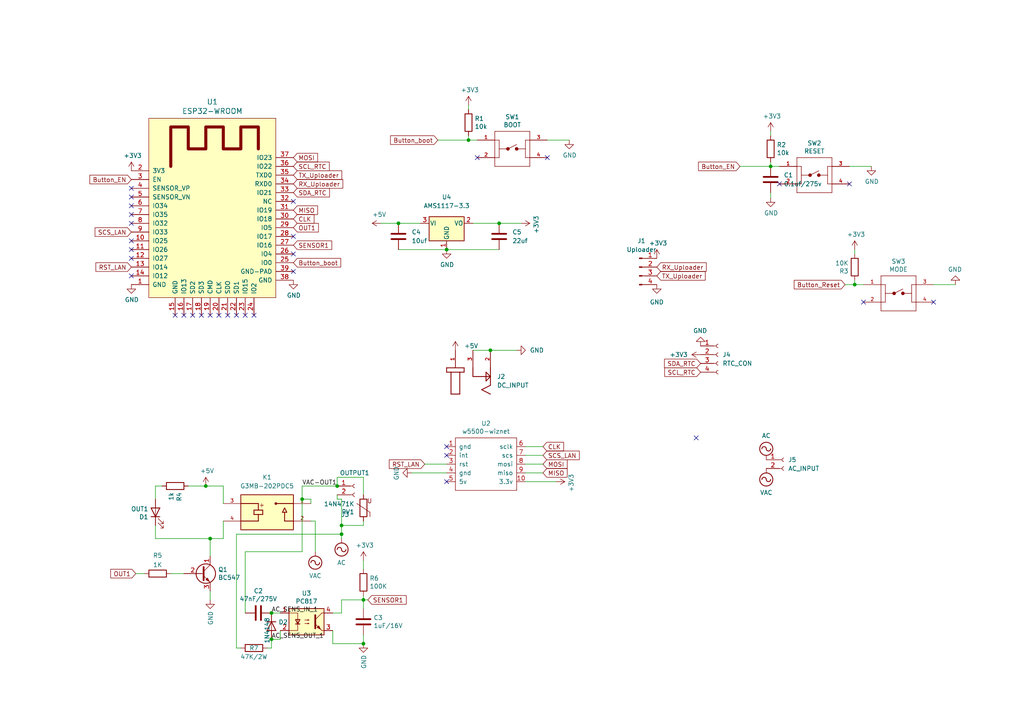
<source format=kicad_sch>
(kicad_sch (version 20211123) (generator eeschema)
  (paper "A4")
  (lib_symbols
    (symbol "Connector:Conn_01x02_Female" (pin_names (offset 1.016) hide)
      (property "Reference" "J" (at 0 2.54 0))
      (property "Value" "Conn_01x02_Female" (at 0 -5.08 0))
      (symbol "Conn_01x02_Female_1_1"
        (arc (start 0 -2.032) (mid -0.508 -2.54) (end 0 -3.048) (stroke (width 0.1524)))
        (polyline (pts (xy -1.27 -2.54) (xy -0.508 -2.54)) (stroke (width 0.1524)))
        (polyline (pts (xy -1.27 0) (xy -0.508 0)) (stroke (width 0.1524)))
        (arc (start 0 0.508) (mid -0.508 0) (end 0 -0.508) (stroke (width 0.1524)))
        (pin passive line (at -5.08 0 0) (length 3.81) (name "Pin_1") (number "1"))
        (pin passive line (at -5.08 -2.54 0) (length 3.81) (name "Pin_2") (number "2"))
      )
    )
    (symbol "Connector:Conn_01x04_Female" (pin_names (offset 1.016) hide)
      (property "Reference" "J" (at 0 5.08 0))
      (property "Value" "Conn_01x04_Female" (at 0 -7.62 0))
      (symbol "Conn_01x04_Female_1_1"
        (arc (start 0 -4.572) (mid -0.508 -5.08) (end 0 -5.588) (stroke (width 0.1524)))
        (arc (start 0 -2.032) (mid -0.508 -2.54) (end 0 -3.048) (stroke (width 0.1524)))
        (polyline (pts (xy -1.27 -5.08) (xy -0.508 -5.08)) (stroke (width 0.1524)))
        (polyline (pts (xy -1.27 -2.54) (xy -0.508 -2.54)) (stroke (width 0.1524)))
        (polyline (pts (xy -1.27 0) (xy -0.508 0)) (stroke (width 0.1524)))
        (polyline (pts (xy -1.27 2.54) (xy -0.508 2.54)) (stroke (width 0.1524)))
        (arc (start 0 0.508) (mid -0.508 0) (end 0 -0.508) (stroke (width 0.1524)))
        (arc (start 0 3.048) (mid -0.508 2.54) (end 0 2.032) (stroke (width 0.1524)))
        (pin passive line (at -5.08 2.54 0) (length 3.81) (name "Pin_1") (number "1"))
        (pin passive line (at -5.08 0 0) (length 3.81) (name "Pin_2") (number "2"))
        (pin passive line (at -5.08 -2.54 0) (length 3.81) (name "Pin_3") (number "3"))
        (pin passive line (at -5.08 -5.08 0) (length 3.81) (name "Pin_4") (number "4"))
      )
    )
    (symbol "Connector:Conn_01x04_Male" (pin_names (offset 1.016) hide)
      (property "Reference" "J" (at 0 5.08 0))
      (property "Value" "Conn_01x04_Male" (at 0 -7.62 0))
      (symbol "Conn_01x04_Male_1_1"
        (polyline (pts (xy 1.27 -5.08) (xy 0.8636 -5.08)) (stroke (width 0.1524)))
        (polyline (pts (xy 1.27 -2.54) (xy 0.8636 -2.54)) (stroke (width 0.1524)))
        (polyline (pts (xy 1.27 0) (xy 0.8636 0)) (stroke (width 0.1524)))
        (polyline (pts (xy 1.27 2.54) (xy 0.8636 2.54)) (stroke (width 0.1524)))
        (rectangle (start 0.8636 -4.953) (end 0 -5.207) (stroke (width 0.1524)) (fill (type outline)))
        (rectangle (start 0.8636 -2.413) (end 0 -2.667) (stroke (width 0.1524)) (fill (type outline)))
        (rectangle (start 0.8636 0.127) (end 0 -0.127) (stroke (width 0.1524)) (fill (type outline)))
        (rectangle (start 0.8636 2.667) (end 0 2.413) (stroke (width 0.1524)) (fill (type outline)))
        (pin passive line (at 5.08 2.54 180) (length 3.81) (name "Pin_1") (number "1"))
        (pin passive line (at 5.08 0 180) (length 3.81) (name "Pin_2") (number "2"))
        (pin passive line (at 5.08 -2.54 180) (length 3.81) (name "Pin_3") (number "3"))
        (pin passive line (at 5.08 -5.08 180) (length 3.81) (name "Pin_4") (number "4"))
      )
    )
    (symbol "DCJ200-10-A-XX-X_REVA:DCJ200-10-A-XX-X_REVA" (pin_names (offset 1.016) hide)
      (property "Reference" "J" (at -5.08 7.62 0))
      (property "Value" "DCJ200-10-A-XX-X_REVA" (at -5.08 -7.62 0))
      (symbol "DCJ200-10-A-XX-X_REVA_0_0"
        (polyline (pts (xy -5.08 3.81) (xy 1.27 3.81)) (stroke (width 0.254)))
        (polyline (pts (xy -5.08 6.35) (xy -5.08 3.81)) (stroke (width 0.254)))
        (polyline (pts (xy -3.81 -2.54) (xy -5.08 -5.08)) (stroke (width 0.254)))
        (polyline (pts (xy -2.54 -5.08) (xy -3.81 -2.54)) (stroke (width 0.254)))
        (polyline (pts (xy -1.27 -3.81) (xy 1.27 -3.81)) (stroke (width 0.254)))
        (polyline (pts (xy 0 -5.08) (xy -2.54 -5.08)) (stroke (width 0.254)))
        (polyline (pts (xy 0 -5.08) (xy -1.27 -3.81)) (stroke (width 0.254)))
        (polyline (pts (xy 0 0) (xy 0 -5.08)) (stroke (width 0.254)))
        (polyline (pts (xy 1.27 -3.81) (xy 0 -5.08)) (stroke (width 0.254)))
        (polyline (pts (xy 1.27 2.54) (xy 2.54 2.54)) (stroke (width 0.254)))
        (polyline (pts (xy 1.27 3.81) (xy 1.27 2.54)) (stroke (width 0.254)))
        (polyline (pts (xy 1.27 6.35) (xy -5.08 6.35)) (stroke (width 0.254)))
        (polyline (pts (xy 1.27 6.35) (xy 1.27 3.81)) (stroke (width 0.254)))
        (polyline (pts (xy 1.27 7.62) (xy 1.27 6.35)) (stroke (width 0.254)))
        (polyline (pts (xy 2.54 -5.08) (xy 0 -5.08)) (stroke (width 0.254)))
        (polyline (pts (xy 2.54 0) (xy 0 0)) (stroke (width 0.254)))
        (polyline (pts (xy 2.54 2.54) (xy 2.54 7.62)) (stroke (width 0.254)))
        (polyline (pts (xy 2.54 7.62) (xy 1.27 7.62)) (stroke (width 0.254)))
        (pin passive line (at 7.62 5.08 180) (length 5.08) (name "~") (number "1"))
        (pin passive line (at 7.62 -5.08 180) (length 5.08) (name "~") (number "2"))
        (pin passive line (at 7.62 0 180) (length 5.08) (name "~") (number "3"))
      )
    )
    (symbol "Device:C" (pin_numbers hide) (pin_names (offset 0.254))
      (property "Reference" "C" (at 0.635 2.54 0))
      (property "Value" "C" (at 0.635 -2.54 0))
      (symbol "C_0_1"
        (polyline (pts (xy -2.032 -0.762) (xy 2.032 -0.762)) (stroke (width 0.508)))
        (polyline (pts (xy -2.032 0.762) (xy 2.032 0.762)) (stroke (width 0.508)))
      )
      (symbol "C_1_1"
        (pin passive line (at 0 3.81 270) (length 2.794) (name "~") (number "1"))
        (pin passive line (at 0 -3.81 90) (length 2.794) (name "~") (number "2"))
      )
    )
    (symbol "Device:Varistor" (pin_numbers hide) (pin_names (offset 0))
      (property "Reference" "RV" (at 3.175 0 90))
      (property "Value" "Varistor" (at -3.175 0 90))
      (symbol "Varistor_0_0"
        (text "U" (at -1.778 -2.032 0) (effects (font (size 1.27 1.27))))
      )
      (symbol "Varistor_0_1"
        (rectangle (start -1.016 -2.54) (end 1.016 2.54) (stroke (width 0.254)))
        (polyline (pts (xy -1.905 2.54) (xy -1.905 1.27) (xy 1.905 -1.27)))
      )
      (symbol "Varistor_1_1"
        (pin passive line (at 0 3.81 270) (length 1.27) (name "~") (number "1"))
        (pin passive line (at 0 -3.81 90) (length 1.27) (name "~") (number "2"))
      )
    )
    (symbol "G3MB-202PDC5:G3MB-202PDC5" (pin_names (offset 1.016) hide)
      (property "Reference" "K" (at -7.62 6.35 0))
      (property "Value" "G3MB-202PDC5" (at -7.62 -6.35 0))
      (symbol "G3MB-202PDC5_0_0"
        (rectangle (start -7.62 -5.08) (end 7.62 5.08) (stroke (width 0.254)) (fill (type background)))
        (polyline (pts (xy -7.62 -2.54) (xy -2.54 -2.54)) (stroke (width 0.254)))
        (polyline (pts (xy -7.62 2.54) (xy -2.54 2.54)) (stroke (width 0.254)))
        (polyline (pts (xy -3.81 -0.635) (xy -3.81 0.635)) (stroke (width 0.254)))
        (polyline (pts (xy -3.81 0.635) (xy -2.54 0.635)) (stroke (width 0.254)))
        (polyline (pts (xy -2.54 -0.635) (xy -3.81 -0.635)) (stroke (width 0.254)))
        (polyline (pts (xy -2.54 -0.635) (xy -2.54 -2.54)) (stroke (width 0.254)))
        (polyline (pts (xy -2.54 0.635) (xy -1.27 0.635)) (stroke (width 0.254)))
        (polyline (pts (xy -2.54 2.54) (xy -2.54 0.635)) (stroke (width 0.254)))
        (polyline (pts (xy -2.032 2.032) (xy -1.016 2.032)) (stroke (width 0.127)))
        (polyline (pts (xy -1.524 2.54) (xy -1.524 1.524)) (stroke (width 0.127)))
        (polyline (pts (xy -1.27 -0.635) (xy -2.54 -0.635)) (stroke (width 0.254)))
        (polyline (pts (xy -1.27 0.635) (xy -1.27 -0.635)) (stroke (width 0.254)))
        (polyline (pts (xy 5.08 -2.54) (xy 5.08 0)) (stroke (width 0.254)))
        (polyline (pts (xy 7.62 -2.54) (xy 5.08 -2.54)) (stroke (width 0.254)))
        (polyline (pts (xy 7.62 2.54) (xy 2.54 2.54)) (stroke (width 0.254)))
        (polyline (pts (xy 4.445 0) (xy 5.715 0) (xy 5.08 1.27) (xy 4.445 0)) (stroke (width 0.254)) (fill (type background)))
        (circle (center 2.54 2.54) (radius 0.254) (stroke (width 0.254)))
        (pin passive line (at 12.7 2.54 180) (length 5.08) (name "~") (number "1"))
        (pin passive line (at 12.7 -2.54 180) (length 5.08) (name "~") (number "2"))
        (pin passive line (at -12.7 2.54 0) (length 5.08) (name "~") (number "3"))
        (pin passive line (at -12.7 -2.54 0) (length 5.08) (name "~") (number "4"))
      )
    )
    (symbol "Regulator_Linear:AMS1117-3.3" (pin_names (offset 0.254))
      (property "Reference" "U" (at -3.81 3.175 0))
      (property "Value" "AMS1117-3.3" (at 0 3.175 0))
      (symbol "AMS1117-3.3_0_1"
        (rectangle (start -5.08 -5.08) (end 5.08 1.905) (stroke (width 0.254)) (fill (type background)))
      )
      (symbol "AMS1117-3.3_1_1"
        (pin power_in line (at 0 -7.62 90) (length 2.54) (name "GND") (number "1"))
        (pin power_out line (at 7.62 0 180) (length 2.54) (name "VO") (number "2"))
        (pin power_in line (at -7.62 0 0) (length 2.54) (name "VI") (number "3"))
      )
    )
    (symbol "mainboardV2-rescue:+3.3V-power" (power) (pin_names (offset 0))
      (property "Value" "+3.3V-power" (at 0 3.556 0))
      (symbol "+3.3V-power_0_1"
        (polyline (pts (xy -0.762 1.27) (xy 0 2.54)))
        (polyline (pts (xy 0 0) (xy 0 2.54)))
        (polyline (pts (xy 0 2.54) (xy 0.762 1.27)))
      )
      (symbol "+3.3V-power_1_1"
        (pin power_in line (at 0 0 90) (length 0) hide (name "+3V3") (number "1"))
      )
    )
    (symbol "mainboardV2-rescue:+5V-power" (power) (pin_names (offset 0))
      (property "Value" "+5V-power" (at 0 3.556 0))
      (symbol "+5V-power_0_1"
        (polyline (pts (xy -0.762 1.27) (xy 0 2.54)))
        (polyline (pts (xy 0 0) (xy 0 2.54)))
        (polyline (pts (xy 0 2.54) (xy 0.762 1.27)))
      )
      (symbol "+5V-power_1_1"
        (pin power_in line (at 0 0 90) (length 0) hide (name "+5V") (number "1"))
      )
    )
    (symbol "mainboardV2-rescue:1N4148-Diode" (pin_numbers hide) (pin_names (offset 1.016) hide)
      (property "Reference" "D" (at 0 2.54 0))
      (property "Value" "1N4148-Diode" (at 0 -2.54 0))
      (symbol "1N4148-Diode_0_1"
        (polyline (pts (xy -1.27 1.27) (xy -1.27 -1.27)) (stroke (width 0.254)))
        (polyline (pts (xy 1.27 0) (xy -1.27 0)))
        (polyline (pts (xy 1.27 1.27) (xy 1.27 -1.27) (xy -1.27 0) (xy 1.27 1.27)) (stroke (width 0.254)))
      )
      (symbol "1N4148-Diode_1_1"
        (pin passive line (at -3.81 0 0) (length 2.54) (name "K") (number "1"))
        (pin passive line (at 3.81 0 180) (length 2.54) (name "A") (number "2"))
      )
    )
    (symbol "mainboardV2-rescue:3-1825910-1-3-1825910-1" (pin_names (offset 1.016) hide)
      (property "Reference" "SW" (at -5.08 5.588 0))
      (property "Value" "3-1825910-1-3-1825910-1" (at -5.08 -7.62 0))
      (symbol "3-1825910-1-3-1825910-1_0_0"
        (circle (center -1.27 0) (radius 0.254) (stroke (width 0.508)))
        (polyline (pts (xy -5.08 -5.08) (xy -5.08 -2.54)) (stroke (width 0.1524)))
        (polyline (pts (xy -5.08 -2.54) (xy -5.08 2.54)) (stroke (width 0.1524)))
        (polyline (pts (xy -5.08 2.54) (xy -5.08 5.08)) (stroke (width 0.1524)))
        (polyline (pts (xy -5.08 2.54) (xy -3.81 2.54)) (stroke (width 0.1524)))
        (polyline (pts (xy -5.08 5.08) (xy 5.08 5.08)) (stroke (width 0.1524)))
        (polyline (pts (xy -3.81 -2.54) (xy -5.08 -2.54)) (stroke (width 0.1524)))
        (polyline (pts (xy -3.81 0) (xy -3.81 -2.54)) (stroke (width 0.1524)))
        (polyline (pts (xy -3.81 0) (xy -1.27 0)) (stroke (width 0.1524)))
        (polyline (pts (xy -3.81 2.54) (xy -3.81 0)) (stroke (width 0.1524)))
        (polyline (pts (xy -1.27 0) (xy 1.27 1.27)) (stroke (width 0.1524)))
        (polyline (pts (xy 1.27 0) (xy 3.81 0)) (stroke (width 0.1524)))
        (polyline (pts (xy 3.81 -2.54) (xy 5.08 -2.54)) (stroke (width 0.1524)))
        (polyline (pts (xy 3.81 0) (xy 3.81 -2.54)) (stroke (width 0.1524)))
        (polyline (pts (xy 3.81 0) (xy 3.81 2.54)) (stroke (width 0.1524)))
        (polyline (pts (xy 3.81 2.54) (xy 5.08 2.54)) (stroke (width 0.1524)))
        (polyline (pts (xy 5.08 -5.08) (xy -5.08 -5.08)) (stroke (width 0.1524)))
        (polyline (pts (xy 5.08 -2.54) (xy 5.08 -5.08)) (stroke (width 0.1524)))
        (polyline (pts (xy 5.08 2.54) (xy 5.08 -2.54)) (stroke (width 0.1524)))
        (polyline (pts (xy 5.08 5.08) (xy 5.08 2.54)) (stroke (width 0.1524)))
        (circle (center 1.27 0) (radius 0.254) (stroke (width 0.508)))
        (pin passive line (at -10.16 2.54 0) (length 5.08) (name "~") (number "1"))
        (pin passive line (at -10.16 -2.54 0) (length 5.08) (name "~") (number "2"))
        (pin passive line (at 10.16 2.54 180) (length 5.08) (name "~") (number "3"))
        (pin passive line (at 10.16 -2.54 180) (length 5.08) (name "~") (number "4"))
      )
    )
    (symbol "mainboardV2-rescue:AC-power" (power) (pin_names (offset 0))
      (property "Value" "AC-power" (at 0 6.35 0))
      (symbol "AC-power_0_1"
        (polyline (pts (xy 0 0) (xy 0 1.27)))
        (arc (start 0 3.175) (mid -0.635 3.81) (end -1.27 3.175) (stroke (width 0.254)))
        (arc (start 0 3.175) (mid 0.635 2.54) (end 1.27 3.175) (stroke (width 0.254)))
        (circle (center 0 3.175) (radius 1.905) (stroke (width 0.254)))
      )
      (symbol "AC-power_1_1"
        (pin power_in line (at 0 0 90) (length 0) hide (name "AC") (number "1"))
      )
    )
    (symbol "mainboardV2-rescue:BC547-Transistor_BJT" (pin_names (offset 0) hide)
      (property "Reference" "Q" (at 5.08 1.905 0))
      (property "Value" "BC547-Transistor_BJT" (at 5.08 0 0))
      (symbol "BC547-Transistor_BJT_0_1"
        (polyline (pts (xy 0 0) (xy 0.635 0)))
        (polyline (pts (xy 0.635 0.635) (xy 2.54 2.54)))
        (polyline (pts (xy 0.635 -0.635) (xy 2.54 -2.54) (xy 2.54 -2.54)))
        (polyline (pts (xy 0.635 1.905) (xy 0.635 -1.905) (xy 0.635 -1.905)) (stroke (width 0.508)))
        (polyline (pts (xy 1.27 -1.778) (xy 1.778 -1.27) (xy 2.286 -2.286) (xy 1.27 -1.778) (xy 1.27 -1.778)) (fill (type outline)))
        (circle (center 1.27 0) (radius 2.8194) (stroke (width 0.254)))
      )
      (symbol "BC547-Transistor_BJT_1_1"
        (pin passive line (at 2.54 5.08 270) (length 2.54) (name "C") (number "1"))
        (pin input line (at -5.08 0 0) (length 5.08) (name "B") (number "2"))
        (pin passive line (at 2.54 -5.08 90) (length 2.54) (name "E") (number "3"))
      )
    )
    (symbol "mainboardV2-rescue:C-Device" (pin_numbers hide) (pin_names (offset 0.254))
      (property "Reference" "C" (at 0.635 2.54 0))
      (property "Value" "C-Device" (at 0.635 -2.54 0))
      (symbol "C-Device_0_1"
        (polyline (pts (xy -2.032 -0.762) (xy 2.032 -0.762)) (stroke (width 0.508)))
        (polyline (pts (xy -2.032 0.762) (xy 2.032 0.762)) (stroke (width 0.508)))
      )
      (symbol "C-Device_1_1"
        (pin passive line (at 0 3.81 270) (length 2.794) (name "~") (number "1"))
        (pin passive line (at 0 -3.81 90) (length 2.794) (name "~") (number "2"))
      )
    )
    (symbol "mainboardV2-rescue:Conn_01x02_Female-Connector" (pin_names (offset 1.016) hide)
      (property "Reference" "J" (at 0 2.54 0))
      (property "Value" "Conn_01x02_Female-Connector" (at 0 -5.08 0))
      (symbol "Conn_01x02_Female-Connector_1_1"
        (arc (start 0 -2.032) (mid -0.508 -2.54) (end 0 -3.048) (stroke (width 0.1524)))
        (polyline (pts (xy -1.27 -2.54) (xy -0.508 -2.54)) (stroke (width 0.1524)))
        (polyline (pts (xy -1.27 0) (xy -0.508 0)) (stroke (width 0.1524)))
        (arc (start 0 0.508) (mid -0.508 0) (end 0 -0.508) (stroke (width 0.1524)))
        (pin passive line (at -5.08 0 0) (length 3.81) (name "Pin_1") (number "1"))
        (pin passive line (at -5.08 -2.54 0) (length 3.81) (name "Pin_2") (number "2"))
      )
    )
    (symbol "mainboardV2-rescue:ESP32-WROOM-ESP32-footprints-Shem-Lib" (pin_names (offset 1.016))
      (property "Reference" "U" (at -17.78 31.75 0))
      (property "Value" "ESP32-WROOM-ESP32-footprints-Shem-Lib" (at 12.7 31.75 0))
      (symbol "ESP32-WROOM-ESP32-footprints-Shem-Lib_0_1"
        (rectangle (start -19.05 30.48) (end 17.78 -21.59) (fill (type background)))
        (polyline (pts (xy -12.7 16.51) (xy -12.7 27.94) (xy -7.62 27.94) (xy -7.62 21.59) (xy -2.54 21.59) (xy -2.54 27.94) (xy 2.54 27.94) (xy 2.54 21.59) (xy 7.62 21.59) (xy 7.62 27.94) (xy 12.7 27.94) (xy 12.7 21.59)) (stroke (width 0.889)))
      )
      (symbol "ESP32-WROOM-ESP32-footprints-Shem-Lib_1_1"
        (pin input line (at -24.13 -17.78 0) (length 5.08) (name "GND") (number "1"))
        (pin input line (at -24.13 -5.08 0) (length 5.08) (name "IO25") (number "10"))
        (pin input line (at -24.13 -7.62 0) (length 5.08) (name "IO26") (number "11"))
        (pin input line (at -24.13 -10.16 0) (length 5.08) (name "IO27") (number "12"))
        (pin input line (at -24.13 -12.7 0) (length 5.08) (name "IO14") (number "13"))
        (pin input line (at -24.13 -15.24 0) (length 5.08) (name "IO12") (number "14"))
        (pin input line (at -11.43 -26.67 90) (length 5.08) (name "GND") (number "15"))
        (pin input line (at -8.89 -26.67 90) (length 5.08) (name "IO13") (number "16"))
        (pin input line (at -6.35 -26.67 90) (length 5.08) (name "SD2") (number "17"))
        (pin input line (at -3.81 -26.67 90) (length 5.08) (name "SD3") (number "18"))
        (pin input line (at -1.27 -26.67 90) (length 5.08) (name "CMD") (number "19"))
        (pin input line (at -24.13 15.24 0) (length 5.08) (name "3V3") (number "2"))
        (pin input line (at 1.27 -26.67 90) (length 5.08) (name "CLK") (number "20"))
        (pin input line (at 3.81 -26.67 90) (length 5.08) (name "SDO") (number "21"))
        (pin input line (at 6.35 -26.67 90) (length 5.08) (name "SD1") (number "22"))
        (pin input line (at 8.89 -26.67 90) (length 5.08) (name "IO15") (number "23"))
        (pin input line (at 11.43 -26.67 90) (length 5.08) (name "IO2") (number "24"))
        (pin input line (at 22.86 -11.43 180) (length 5.08) (name "IO0") (number "25"))
        (pin input line (at 22.86 -8.89 180) (length 5.08) (name "IO4") (number "26"))
        (pin input line (at 22.86 -6.35 180) (length 5.08) (name "IO16") (number "27"))
        (pin input line (at 22.86 -3.81 180) (length 5.08) (name "IO17") (number "28"))
        (pin input line (at 22.86 -1.27 180) (length 5.08) (name "IO5") (number "29"))
        (pin input line (at -24.13 12.7 0) (length 5.08) (name "EN") (number "3"))
        (pin input line (at 22.86 1.27 180) (length 5.08) (name "IO18") (number "30"))
        (pin input line (at 22.86 3.81 180) (length 5.08) (name "IO19") (number "31"))
        (pin input line (at 22.86 6.35 180) (length 5.08) (name "NC") (number "32"))
        (pin input line (at 22.86 8.89 180) (length 5.08) (name "IO21") (number "33"))
        (pin input line (at 22.86 11.43 180) (length 5.08) (name "RXD0") (number "34"))
        (pin input line (at 22.86 13.97 180) (length 5.08) (name "TXD0") (number "35"))
        (pin input line (at 22.86 16.51 180) (length 5.08) (name "IO22") (number "36"))
        (pin input line (at 22.86 19.05 180) (length 5.08) (name "IO23") (number "37"))
        (pin input line (at 22.86 -16.51 180) (length 5.08) (name "GND") (number "38"))
        (pin input line (at 22.86 -13.97 180) (length 5.08) (name "GND-PAD") (number "39"))
        (pin input line (at -24.13 10.16 0) (length 5.08) (name "SENSOR_VP") (number "4"))
        (pin input line (at -24.13 7.62 0) (length 5.08) (name "SENSOR_VN") (number "5"))
        (pin input line (at -24.13 5.08 0) (length 5.08) (name "IO34") (number "6"))
        (pin input line (at -24.13 2.54 0) (length 5.08) (name "IO35") (number "7"))
        (pin input line (at -24.13 0 0) (length 5.08) (name "IO32") (number "8"))
        (pin input line (at -24.13 -2.54 0) (length 5.08) (name "IO33") (number "9"))
      )
    )
    (symbol "mainboardV2-rescue:GND-power" (power) (pin_names (offset 0))
      (property "Value" "GND-power" (at 0 -3.81 0))
      (symbol "GND-power_0_1"
        (polyline (pts (xy 0 0) (xy 0 -1.27) (xy 1.27 -1.27) (xy 0 -2.54) (xy -1.27 -1.27) (xy 0 -1.27)))
      )
      (symbol "GND-power_1_1"
        (pin power_in line (at 0 0 270) (length 0) hide (name "GND") (number "1"))
      )
    )
    (symbol "mainboardV2-rescue:LED-Device" (pin_numbers hide) (pin_names (offset 1.016) hide)
      (property "Reference" "D" (at 0 2.54 0))
      (property "Value" "LED-Device" (at 0 -2.54 0))
      (symbol "LED-Device_0_1"
        (polyline (pts (xy -1.27 -1.27) (xy -1.27 1.27)) (stroke (width 0.254)))
        (polyline (pts (xy -1.27 0) (xy 1.27 0)))
        (polyline (pts (xy 1.27 -1.27) (xy 1.27 1.27) (xy -1.27 0) (xy 1.27 -1.27)) (stroke (width 0.254)))
        (polyline (pts (xy -3.048 -0.762) (xy -4.572 -2.286) (xy -3.81 -2.286) (xy -4.572 -2.286) (xy -4.572 -1.524)))
        (polyline (pts (xy -1.778 -0.762) (xy -3.302 -2.286) (xy -2.54 -2.286) (xy -3.302 -2.286) (xy -3.302 -1.524)))
      )
      (symbol "LED-Device_1_1"
        (pin passive line (at -3.81 0 0) (length 2.54) (name "K") (number "1"))
        (pin passive line (at 3.81 0 180) (length 2.54) (name "A") (number "2"))
      )
    )
    (symbol "mainboardV2-rescue:PC817-Isolator" (pin_names (offset 1.016))
      (property "Reference" "U" (at -5.08 5.08 0))
      (property "Value" "PC817-Isolator" (at 0 5.08 0))
      (symbol "PC817-Isolator_0_1"
        (rectangle (start -5.08 3.81) (end 5.08 -3.81) (stroke (width 0.254)) (fill (type background)))
        (polyline (pts (xy -3.175 -0.635) (xy -1.905 -0.635)) (stroke (width 0.254)))
        (polyline (pts (xy 2.54 0.635) (xy 4.445 2.54)))
        (polyline (pts (xy 4.445 -2.54) (xy 2.54 -0.635)) (fill (type outline)))
        (polyline (pts (xy 4.445 -2.54) (xy 5.08 -2.54)))
        (polyline (pts (xy 4.445 2.54) (xy 5.08 2.54)))
        (polyline (pts (xy -5.08 2.54) (xy -2.54 2.54) (xy -2.54 -0.635)))
        (polyline (pts (xy -2.54 -0.635) (xy -2.54 -2.54) (xy -5.08 -2.54)))
        (polyline (pts (xy 2.54 1.905) (xy 2.54 -1.905) (xy 2.54 -1.905)) (stroke (width 0.508)))
        (polyline (pts (xy -2.54 -0.635) (xy -3.175 0.635) (xy -1.905 0.635) (xy -2.54 -0.635)) (stroke (width 0.254)))
        (polyline (pts (xy -0.508 -0.508) (xy 0.762 -0.508) (xy 0.381 -0.635) (xy 0.381 -0.381) (xy 0.762 -0.508)))
        (polyline (pts (xy -0.508 0.508) (xy 0.762 0.508) (xy 0.381 0.381) (xy 0.381 0.635) (xy 0.762 0.508)))
        (polyline (pts (xy 3.048 -1.651) (xy 3.556 -1.143) (xy 4.064 -2.159) (xy 3.048 -1.651) (xy 3.048 -1.651)) (fill (type outline)))
      )
      (symbol "PC817-Isolator_1_1"
        (pin passive line (at -7.62 2.54 0) (length 2.54) (name "~") (number "1"))
        (pin passive line (at -7.62 -2.54 0) (length 2.54) (name "~") (number "2"))
        (pin passive line (at 7.62 -2.54 180) (length 2.54) (name "~") (number "3"))
        (pin passive line (at 7.62 2.54 180) (length 2.54) (name "~") (number "4"))
      )
    )
    (symbol "mainboardV2-rescue:R-Device" (pin_numbers hide) (pin_names (offset 0))
      (property "Reference" "R" (at 2.032 0 90))
      (property "Value" "R-Device" (at 0 0 90))
      (symbol "R-Device_0_1"
        (rectangle (start -1.016 -2.54) (end 1.016 2.54) (stroke (width 0.254)))
      )
      (symbol "R-Device_1_1"
        (pin passive line (at 0 3.81 270) (length 1.27) (name "~") (number "1"))
        (pin passive line (at 0 -3.81 90) (length 1.27) (name "~") (number "2"))
      )
    )
    (symbol "mainboardV2-rescue:VAC-power" (power) (pin_names (offset 0))
      (property "Value" "VAC-power" (at 0 6.35 0))
      (symbol "VAC-power_0_1"
        (polyline (pts (xy 0 0) (xy 0 1.27)))
        (arc (start 0 3.175) (mid -0.635 3.81) (end -1.27 3.175) (stroke (width 0.254)))
        (arc (start 0 3.175) (mid 0.635 2.54) (end 1.27 3.175) (stroke (width 0.254)))
        (circle (center 0 3.175) (radius 1.905) (stroke (width 0.254)))
      )
      (symbol "VAC-power_1_1"
        (pin power_in line (at 0 0 90) (length 0) hide (name "VAC") (number "1"))
      )
    )
    (symbol "mainboardV2-rescue:w5500-wiznet-con-wago-500" (pin_names (offset 1.016))
      (property "Reference" "U" (at -7.62 8.89 0))
      (property "Value" "w5500-wiznet-con-wago-500" (at 0 -8.89 0))
      (symbol "w5500-wiznet-con-wago-500_0_1"
        (rectangle (start -8.89 7.62) (end 8.89 -7.62))
      )
      (symbol "w5500-wiznet-con-wago-500_1_1"
        (pin input line (at -11.43 5.08 0) (length 2.54) (name "gnd") (number "1"))
        (pin input line (at 11.43 -5.08 180) (length 2.54) (name "3.3v") (number "10"))
        (pin input line (at -11.43 2.54 0) (length 2.54) (name "int") (number "2"))
        (pin input line (at -11.43 0 0) (length 2.54) (name "rst") (number "3"))
        (pin input line (at -11.43 -2.54 0) (length 2.54) (name "gnd") (number "4"))
        (pin input line (at -11.43 -5.08 0) (length 2.54) (name "5v") (number "5"))
        (pin input line (at 11.43 5.08 180) (length 2.54) (name "sclk") (number "6"))
        (pin input line (at 11.43 2.54 180) (length 2.54) (name "scs") (number "7"))
        (pin input line (at 11.43 0 180) (length 2.54) (name "mosi") (number "8"))
        (pin input line (at 11.43 -2.54 180) (length 2.54) (name "miso") (number "9"))
      )
    )
    (symbol "power:+5V" (power) (pin_names (offset 0))
      (property "Value" "+5V" (at 0 3.556 0))
      (symbol "+5V_0_1"
        (polyline (pts (xy -0.762 1.27) (xy 0 2.54)))
        (polyline (pts (xy 0 0) (xy 0 2.54)))
        (polyline (pts (xy 0 2.54) (xy 0.762 1.27)))
      )
      (symbol "+5V_1_1"
        (pin power_in line (at 0 0 90) (length 0) hide (name "+5V") (number "1"))
      )
    )
    (symbol "power:GND" (power) (pin_names (offset 0))
      (property "Value" "GND" (at 0 -3.81 0))
      (symbol "GND_0_1"
        (polyline (pts (xy 0 0) (xy 0 -1.27) (xy 1.27 -1.27) (xy 0 -2.54) (xy -1.27 -1.27) (xy 0 -1.27)))
      )
      (symbol "GND_1_1"
        (pin power_in line (at 0 0 270) (length 0) hide (name "GND") (number "1"))
      )
    )
  )
  (junction (at 87.63 144.78))
  (junction (at 99.06 152.4))
  (junction (at 135.89 40.64))
  (junction (at 142.24 101.6))
  (junction (at 60.96 156.21))
  (junction (at 144.78 64.77))
  (junction (at 247.904 82.55))
  (junction (at 97.79 140.97))
  (junction (at 78.74 177.8))
  (junction (at 78.74 185.42))
  (junction (at 105.41 186.69))
  (junction (at 105.41 173.99))
  (junction (at 99.06 154.94))
  (junction (at 59.69 140.97))
  (junction (at 115.57 64.77))
  (junction (at 223.52 48.26))
  (junction (at 129.54 72.39))
  (no_connect (at 60.96 91.44))
  (no_connect (at 226.06 53.34))
  (no_connect (at 58.42 91.44))
  (no_connect (at 68.58 91.44))
  (no_connect (at 246.38 53.34))
  (no_connect (at 85.09 58.42))
  (no_connect (at 85.09 68.58))
  (no_connect (at 85.09 78.74))
  (no_connect (at 85.09 73.66))
  (no_connect (at 38.1 54.61))
  (no_connect (at 38.1 57.15))
  (no_connect (at 38.1 80.01))
  (no_connect (at 38.1 59.69))
  (no_connect (at 38.1 62.23))
  (no_connect (at 38.1 64.77))
  (no_connect (at 38.1 69.85))
  (no_connect (at 38.1 72.39))
  (no_connect (at 38.1 74.93))
  (no_connect (at 71.12 91.44))
  (no_connect (at 66.04 91.44))
  (no_connect (at 158.75 45.72))
  (no_connect (at 73.66 91.44))
  (no_connect (at 55.88 91.44))
  (no_connect (at 129.54 129.54))
  (no_connect (at 201.93 127))
  (no_connect (at 129.54 139.7))
  (no_connect (at 63.5 91.44))
  (no_connect (at 129.54 132.08))
  (no_connect (at 50.8 91.44))
  (no_connect (at 53.34 91.44))
  (no_connect (at 250.444 87.63))
  (no_connect (at 270.764 87.63))
  (no_connect (at 138.43 45.72))
  (wire (pts (xy 59.69 140.97) (xy 64.77 140.97)))
  (wire (pts (xy 135.89 30.48) (xy 135.89 31.75)))
  (wire (pts (xy 149.86 101.6) (xy 142.24 101.6)))
  (wire (pts (xy 99.06 152.4) (xy 99.06 154.94)))
  (wire (pts (xy 68.58 187.96) (xy 68.58 154.94)))
  (wire (pts (xy 87.63 140.97) (xy 97.79 140.97)))
  (wire (pts (xy 54.61 140.97) (xy 59.69 140.97)))
  (wire (pts (xy 129.54 137.16) (xy 119.38 137.16)))
  (wire (pts (xy 247.904 81.28) (xy 247.904 82.55)))
  (wire (pts (xy 97.79 143.51) (xy 97.79 144.78)))
  (wire (pts (xy 105.41 165.1) (xy 105.41 162.56)))
  (wire (pts (xy 245.11 82.55) (xy 247.904 82.55)))
  (wire (pts (xy 64.77 146.05) (xy 64.77 140.97)))
  (wire (pts (xy 96.52 186.69) (xy 105.41 186.69)))
  (wire (pts (xy 223.52 55.88) (xy 223.52 57.404)))
  (wire (pts (xy 90.17 146.05) (xy 90.17 144.78)))
  (wire (pts (xy 68.58 187.96) (xy 69.85 187.96)))
  (wire (pts (xy 152.4 129.54) (xy 157.48 129.54)))
  (wire (pts (xy 45.085 156.21) (xy 60.96 156.21)))
  (wire (pts (xy 81.28 185.42) (xy 81.28 182.88)))
  (wire (pts (xy 151.13 64.77) (xy 144.78 64.77)))
  (wire (pts (xy 110.49 64.77) (xy 115.57 64.77)))
  (wire (pts (xy 105.41 186.69) (xy 105.41 184.15)))
  (wire (pts (xy 78.74 185.42) (xy 78.74 187.96)))
  (wire (pts (xy 39.37 166.37) (xy 41.91 166.37)))
  (wire (pts (xy 105.41 176.53) (xy 105.41 173.99)))
  (wire (pts (xy 121.92 64.77) (xy 115.57 64.77)))
  (wire (pts (xy 96.52 182.88) (xy 96.52 186.69)))
  (wire (pts (xy 127 40.64) (xy 135.89 40.64)))
  (wire (pts (xy 87.63 144.78) (xy 87.63 160.02)))
  (wire (pts (xy 135.89 39.37) (xy 135.89 40.64)))
  (wire (pts (xy 105.41 173.99) (xy 106.68 173.99)))
  (wire (pts (xy 68.58 154.94) (xy 99.06 154.94)))
  (wire (pts (xy 105.41 152.4) (xy 105.41 151.13)))
  (wire (pts (xy 99.06 144.78) (xy 99.06 152.4)))
  (wire (pts (xy 60.96 156.21) (xy 64.77 156.21)))
  (wire (pts (xy 129.54 134.62) (xy 123.19 134.62)))
  (wire (pts (xy 99.06 177.8) (xy 99.06 173.99)))
  (wire (pts (xy 45.085 140.97) (xy 45.085 144.78)))
  (wire (pts (xy 78.74 177.8) (xy 81.28 177.8)))
  (wire (pts (xy 247.904 72.39) (xy 247.904 73.66)))
  (wire (pts (xy 165.1 40.64) (xy 158.75 40.64)))
  (wire (pts (xy 60.96 161.29) (xy 60.96 156.21)))
  (wire (pts (xy 96.52 177.8) (xy 99.06 177.8)))
  (wire (pts (xy 247.904 82.55) (xy 250.444 82.55)))
  (wire (pts (xy 97.79 140.97) (xy 97.79 138.43)))
  (wire (pts (xy 223.52 48.26) (xy 226.06 48.26)))
  (wire (pts (xy 214.63 48.26) (xy 223.52 48.26)))
  (wire (pts (xy 49.53 166.37) (xy 53.34 166.37)))
  (wire (pts (xy 105.41 173.99) (xy 105.41 172.72)))
  (wire (pts (xy 152.4 139.7) (xy 161.29 139.7)))
  (wire (pts (xy 252.73 48.26) (xy 246.38 48.26)))
  (wire (pts (xy 144.78 64.77) (xy 137.16 64.77)))
  (wire (pts (xy 135.89 40.64) (xy 138.43 40.64)))
  (wire (pts (xy 223.52 38.1) (xy 223.52 39.37)))
  (wire (pts (xy 78.74 187.96) (xy 77.47 187.96)))
  (wire (pts (xy 99.06 152.4) (xy 105.41 152.4)))
  (wire (pts (xy 223.52 46.99) (xy 223.52 48.26)))
  (wire (pts (xy 152.4 137.16) (xy 157.48 137.16)))
  (wire (pts (xy 105.41 138.43) (xy 105.41 143.51)))
  (wire (pts (xy 97.79 144.78) (xy 99.06 144.78)))
  (wire (pts (xy 46.99 140.97) (xy 45.085 140.97)))
  (wire (pts (xy 71.12 160.02) (xy 87.63 160.02)))
  (wire (pts (xy 64.77 151.13) (xy 64.77 156.21)))
  (wire (pts (xy 91.44 151.13) (xy 90.17 151.13)))
  (wire (pts (xy 60.96 173.99) (xy 60.96 171.45)))
  (wire (pts (xy 152.4 134.62) (xy 157.48 134.62)))
  (wire (pts (xy 277.114 82.55) (xy 270.764 82.55)))
  (wire (pts (xy 87.63 140.97) (xy 87.63 144.78)))
  (wire (pts (xy 99.06 173.99) (xy 105.41 173.99)))
  (wire (pts (xy 137.16 101.6) (xy 142.24 101.6)))
  (wire (pts (xy 99.06 156.21) (xy 99.06 154.94)))
  (wire (pts (xy 78.74 185.42) (xy 81.28 185.42)))
  (wire (pts (xy 45.085 152.4) (xy 45.085 156.21)))
  (wire (pts (xy 115.57 72.39) (xy 129.54 72.39)))
  (wire (pts (xy 97.79 138.43) (xy 105.41 138.43)))
  (wire (pts (xy 87.63 144.78) (xy 90.17 144.78)))
  (wire (pts (xy 152.4 132.08) (xy 157.48 132.08)))
  (wire (pts (xy 71.12 177.8) (xy 71.12 160.02)))
  (wire (pts (xy 91.44 151.13) (xy 91.44 160.02)))
  (wire (pts (xy 144.78 72.39) (xy 129.54 72.39)))
  (label "AC_SENS_OUT_1" (at 78.74 185.42 0))
  (label "VAC-OUT1" (at 87.63 140.97 0))
  (label "AC_SENS_IN_1" (at 78.74 177.8 0))
  (global_label "SCS_LAN" (shape input) (at 38.1 67.31 180) (property "Intersheet References" "${INTERSHEET_REFS}" (effects hide)))
  (global_label "Button_boot" (shape input) (at 127 40.64 180) (property "Intersheet References" "${INTERSHEET_REFS}" (effects hide)))
  (global_label "SCS_LAN" (shape input) (at 157.48 132.08 0) (property "Intersheet References" "${INTERSHEET_REFS}" (effects hide)))
  (global_label "SCL_RTC" (shape input) (at 85.09 48.26 0) (property "Intersheet References" "${INTERSHEET_REFS}" (effects hide)))
  (global_label "SCL_RTC" (shape input) (at 203.2 107.95 180) (property "Intersheet References" "${INTERSHEET_REFS}" (effects hide)))
  (global_label "OUT1" (shape input) (at 39.37 166.37 180) (property "Intersheet References" "${INTERSHEET_REFS}" (effects hide)))
  (global_label "OUT1" (shape input) (at 85.09 66.04 0) (property "Intersheet References" "${INTERSHEET_REFS}" (effects hide)))
  (global_label "MISO" (shape input) (at 85.09 60.96 0) (property "Intersheet References" "${INTERSHEET_REFS}" (effects hide)))
  (global_label "MOSI" (shape input) (at 157.48 134.62 0) (property "Intersheet References" "${INTERSHEET_REFS}" (effects hide)))
  (global_label "Button_EN" (shape input) (at 38.1 52.07 180) (property "Intersheet References" "${INTERSHEET_REFS}" (effects hide)))
  (global_label "SENSOR1" (shape input) (at 85.09 71.12 0) (property "Intersheet References" "${INTERSHEET_REFS}" (effects hide)))
  (global_label "RX_Uploader" (shape input) (at 85.09 53.34 0) (property "Intersheet References" "${INTERSHEET_REFS}" (effects hide)))
  (global_label "RST_LAN" (shape input) (at 123.19 134.62 180) (property "Intersheet References" "${INTERSHEET_REFS}" (effects hide)))
  (global_label "RST_LAN" (shape input) (at 38.1 77.47 180) (property "Intersheet References" "${INTERSHEET_REFS}" (effects hide)))
  (global_label "SDA_RTC" (shape input) (at 85.09 55.88 0) (property "Intersheet References" "${INTERSHEET_REFS}" (effects hide)))
  (global_label "RX_Uploader" (shape input) (at 190.5 77.47 0) (property "Intersheet References" "${INTERSHEET_REFS}" (effects hide)))
  (global_label "MISO" (shape input) (at 157.48 137.16 0) (property "Intersheet References" "${INTERSHEET_REFS}" (effects hide)))
  (global_label "CLK" (shape input) (at 85.09 63.5 0) (property "Intersheet References" "${INTERSHEET_REFS}" (effects hide)))
  (global_label "SENSOR1" (shape input) (at 106.68 173.99 0) (property "Intersheet References" "${INTERSHEET_REFS}" (effects hide)))
  (global_label "Button_Reset" (shape input) (at 245.11 82.55 180) (property "Intersheet References" "${INTERSHEET_REFS}" (effects hide)))
  (global_label "MOSI" (shape input) (at 85.09 45.72 0) (property "Intersheet References" "${INTERSHEET_REFS}" (effects hide)))
  (global_label "TX_Uploader" (shape input) (at 85.09 50.8 0) (property "Intersheet References" "${INTERSHEET_REFS}" (effects hide)))
  (global_label "SDA_RTC" (shape input) (at 203.2 105.41 180) (property "Intersheet References" "${INTERSHEET_REFS}" (effects hide)))
  (global_label "Button_EN" (shape input) (at 214.63 48.26 180) (property "Intersheet References" "${INTERSHEET_REFS}" (effects hide)))
  (global_label "TX_Uploader" (shape input) (at 190.5 80.01 0) (property "Intersheet References" "${INTERSHEET_REFS}" (effects hide)))
  (global_label "CLK" (shape input) (at 157.48 129.54 0) (property "Intersheet References" "${INTERSHEET_REFS}" (effects hide)))
  (global_label "Button_boot" (shape input) (at 85.09 76.2 0) (property "Intersheet References" "${INTERSHEET_REFS}" (effects hide)))
  (symbol (lib_id "power:+5V") (at 110.49 64.77 90) (mirror x) (unit 1)
    (property "Reference" "#PWR0126" (effects hide))
    (property "Value" "+5V" (at 107.95 62.23 90) (effects (justify right)))
  )
  (symbol (lib_id "mainboardV2-rescue:VAC-power") (at 91.44 160.02 180) (unit 1)
    (property "Reference" "#PWR0115" (effects hide))
    (property "Value" "VAC" (at 91.44 167.005 0))
  )
  (symbol (lib_id "mainboardV2-rescue:w5500-wiznet-con-wago-500") (at 140.97 134.62 0) (unit 1)
    (property "Reference" "U2" (at 140.97 122.809 0))
    (property "Value" "w5500-wiznet" (at 140.97 125.1204 0))
    (property "Footprint" "custom-footprint:ethernet-w5500-wiznet" (effects hide))
  )
  (symbol (lib_id "mainboardV2-rescue:GND-power") (at 223.52 57.404 0) (unit 1)
    (property "Reference" "#PWR0102" (effects hide))
    (property "Value" "GND" (at 223.647 61.7982 0))
  )
  (symbol (lib_id "mainboardV2-rescue:R-Device") (at 73.66 187.96 270) (unit 1)
    (property "Reference" "R7" (at 73.66 187.96 90))
    (property "Value" "47K/2W" (at 73.66 190.5 90))
    (property "Footprint" "custom-footprint:R_Axial_DIN0516_L15.5mm_D5.0mm_P20.32mm_Horizontal" (effects hide))
  )
  (symbol (lib_id "mainboardV2-rescue:C-Device") (at 105.41 180.34 0) (unit 1)
    (property "Reference" "C3" (at 108.331 179.1716 0) (effects (justify left)))
    (property "Value" "1uF/16V" (at 108.331 181.483 0) (effects (justify left)))
    (property "Footprint" "custom-footprint:CP_Radial_Tantal_D5.0mm_P2.50mm" (effects hide))
  )
  (symbol (lib_id "mainboardV2-rescue:R-Device") (at 223.52 43.18 0) (unit 1)
    (property "Reference" "R2" (at 225.298 42.0116 0) (effects (justify left)))
    (property "Value" "10k" (at 225.298 44.323 0) (effects (justify left)))
    (property "Footprint" "Resistor_SMD:R_0805_2012Metric_Pad1.20x1.40mm_HandSolder" (effects hide))
  )
  (symbol (lib_id "Device:C") (at 115.57 68.58 0) (unit 1)
    (property "Reference" "C4" (at 119.38 67.3099 0) (effects (justify left)))
    (property "Value" "10uf" (at 119.38 69.8499 0) (effects (justify left)))
    (property "Footprint" "custom-footprint:CP_Radial_Tantal_D5.0mm_P2.50mm" (effects hide))
  )
  (symbol (lib_id "mainboardV2-rescue:C-Device") (at 74.93 177.8 270) (unit 1)
    (property "Reference" "C2" (at 74.93 171.3992 90))
    (property "Value" "47nF/275V" (at 74.93 173.7106 90))
    (property "Footprint" "custom-footprint:C_Rect_L13.0mm_W5.0mm_P10.00mm_FKS3_FKP3_MKS4" (effects hide))
  )
  (symbol (lib_id "mainboardV2-rescue:3-1825910-1-3-1825910-1") (at 236.22 50.8 0) (unit 1)
    (property "Reference" "SW2" (at 236.22 41.529 0))
    (property "Value" "RESET" (at 236.22 43.8404 0))
    (property "Footprint" "custom-footprint:TE_3-1825910-1" (effects hide))
    (property "Datasheet" "Compliant" (effects hide))
    (property "Field4" "3-1825910-1" (effects hide))
  )
  (symbol (lib_id "mainboardV2-rescue:AC-power") (at 99.06 156.21 180) (unit 1)
    (property "Reference" "#PWR0120" (effects hide))
    (property "Value" "AC" (at 99.06 163.195 0))
  )
  (symbol (lib_id "mainboardV2-rescue:+3.3V-power") (at 161.29 139.7 270) (unit 1)
    (property "Reference" "#PWR0114" (effects hide))
    (property "Value" "+3.3V" (at 165.6842 140.081 0))
  )
  (symbol (lib_id "mainboardV2-rescue:BC547-Transistor_BJT") (at 58.42 166.37 0) (unit 1)
    (property "Reference" "Q1" (at 63.2714 165.2016 0) (effects (justify left)))
    (property "Value" "BC547" (at 63.2714 167.513 0) (effects (justify left)))
    (property "Footprint" "custom-footprint:TO-92_Inline_Wide" (effects hide))
    (property "Datasheet" "https://www.onsemi.com/pub/Collateral/BC550-D.pdf" (effects hide))
  )
  (symbol (lib_id "mainboardV2-rescue:+3.3V-power") (at 190.5 74.93 0) (unit 1)
    (property "Reference" "#PWR0109" (effects hide))
    (property "Value" "+3.3V" (at 190.881 70.5358 0))
  )
  (symbol (lib_id "mainboardV2-rescue:ESP32-WROOM-ESP32-footprints-Shem-Lib") (at 62.23 64.77 0) (unit 1)
    (property "Reference" "U1" (at 61.595 29.5402 0) (effects (font (size 1.524 1.524))))
    (property "Value" "ESP32-WROOM" (at 61.595 32.2326 0) (effects (font (size 1.524 1.524))))
    (property "Footprint" "custom-footprint:ESP32-WROOM" (effects hide))
  )
  (symbol (lib_id "power:+5V") (at 132.08 101.6 0) (mirror y) (unit 1)
    (property "Reference" "#PWR0112" (effects hide))
    (property "Value" "+5V" (at 134.62 100.3299 0) (effects (justify right)))
  )
  (symbol (lib_id "mainboardV2-rescue:GND-power") (at 60.96 173.99 0) (unit 1)
    (property "Reference" "#PWR0117" (effects hide))
    (property "Value" "GND" (at 61.087 177.2412 90) (effects (justify right)))
  )
  (symbol (lib_id "mainboardV2-rescue:GND-power") (at 129.54 72.39 0) (unit 1)
    (property "Reference" "#PWR0124" (effects hide))
    (property "Value" "GND" (at 129.667 76.7842 0))
  )
  (symbol (lib_id "Regulator_Linear:AMS1117-3.3") (at 129.54 64.77 0) (unit 1)
    (property "Reference" "U4" (at 129.54 57.15 0))
    (property "Value" "AMS1117-3.3" (at 129.54 59.69 0))
    (property "Footprint" "Package_TO_SOT_SMD:SOT-223-3_TabPin2" (effects hide))
    (property "Datasheet" "http://www.advanced-monolithic.com/pdf/ds1117.pdf" (effects hide))
  )
  (symbol (lib_id "mainboardV2-rescue:R-Device") (at 45.72 166.37 270) (unit 1)
    (property "Reference" "R5" (at 45.72 161.1122 90))
    (property "Value" "1K" (at 45.72 163.83 90))
    (property "Footprint" "Resistor_SMD:R_0805_2012Metric_Pad1.20x1.40mm_HandSolder" (effects hide))
  )
  (symbol (lib_id "mainboardV2-rescue:+5V-power") (at 59.69 140.97 0) (unit 1)
    (property "Reference" "#PWR0116" (effects hide))
    (property "Value" "+5V" (at 60.071 136.5758 0))
  )
  (symbol (lib_id "mainboardV2-rescue:R-Device") (at 247.904 77.47 180) (unit 1)
    (property "Reference" "R3" (at 246.126 78.6384 0) (effects (justify left)))
    (property "Value" "10K" (at 246.126 76.327 0) (effects (justify left)))
    (property "Footprint" "Resistor_SMD:R_0805_2012Metric_Pad1.20x1.40mm_HandSolder" (effects hide))
  )
  (symbol (lib_id "mainboardV2-rescue:GND-power") (at 252.73 48.26 0) (unit 1)
    (property "Reference" "#PWR0105" (effects hide))
    (property "Value" "GND" (at 252.857 52.6542 0))
  )
  (symbol (lib_id "mainboardV2-rescue:VAC-power") (at 222.25 135.89 180) (unit 1)
    (property "Reference" "#PWR0127" (effects hide))
    (property "Value" "VAC" (at 222.25 142.875 0))
  )
  (symbol (lib_id "mainboardV2-rescue:+3.3V-power") (at 151.13 64.77 270) (unit 1)
    (property "Reference" "#PWR0125" (effects hide))
    (property "Value" "+3.3V" (at 155.5242 65.151 0))
  )
  (symbol (lib_id "Connector:Conn_01x04_Male") (at 185.42 77.47 0) (unit 1)
    (property "Reference" "J1" (at 186.055 69.85 0))
    (property "Value" "Uploader" (at 186.055 72.39 0))
    (property "Footprint" "custom-footprint:PinHeader_1x04_P2.54mm_Vertical" (effects hide))
  )
  (symbol (lib_id "Device:Varistor") (at 105.41 147.32 180) (unit 1)
    (property "Reference" "RV1" (at 102.7938 148.4884 0) (effects (justify left)))
    (property "Value" "14N471K" (at 102.7938 146.177 0) (effects (justify left)))
    (property "Footprint" "custom-footprint:RV_Disc_D12mm_W7.1mm_P7.5mm" (effects hide))
  )
  (symbol (lib_id "power:GND") (at 190.5 82.55 0) (unit 1)
    (property "Reference" "#PWR0108" (effects hide))
    (property "Value" "GND" (at 190.5 87.63 0))
  )
  (symbol (lib_id "mainboardV2-rescue:+3.3V-power") (at 203.2 102.87 90) (unit 1)
    (property "Reference" "#PWR0123" (effects hide))
    (property "Value" "+3.3V" (at 196.85 102.87 90))
  )
  (symbol (lib_id "mainboardV2-rescue:PC817-Isolator") (at 88.9 180.34 0) (unit 1)
    (property "Reference" "U3" (at 88.9 172.085 0))
    (property "Value" "PC817" (at 88.9 174.3964 0))
    (property "Footprint" "custom-footprint:DIP-4_W7.62mm" (effects hide))
    (property "Datasheet" "http://www.soselectronic.cz/a_info/resource/d/pc817.pdf" (effects hide))
  )
  (symbol (lib_id "mainboardV2-rescue:GND-power") (at 105.41 186.69 0) (unit 1)
    (property "Reference" "#PWR0119" (effects hide))
    (property "Value" "GND" (at 105.537 189.9412 90) (effects (justify right)))
  )
  (symbol (lib_id "Device:C") (at 223.52 52.07 0) (unit 1)
    (property "Reference" "C1" (at 227.33 50.7999 0) (effects (justify left)))
    (property "Value" "0.1uf/275v" (at 227.33 53.3399 0) (effects (justify left)))
    (property "Footprint" "custom-footprint:C_Rect_L7.2mm_W2.5mm_P5.00mm_FKS2_FKP2_MKS2_MKP2" (effects hide))
  )
  (symbol (lib_id "mainboardV2-rescue:1N4148-Diode") (at 78.74 181.61 270) (unit 1)
    (property "Reference" "D2" (at 80.772 180.4416 90) (effects (justify left)))
    (property "Value" "1N4148" (at 77.47 179.07 0) (effects (justify left)))
    (property "Footprint" "Diode_THT:D_5W_P10.16mm_Horizontal" (effects hide))
    (property "Datasheet" "https://assets.nexperia.com/documents/data-sheet/1N4148_1N4448.pdf" (effects hide))
  )
  (symbol (lib_id "mainboardV2-rescue:3-1825910-1-3-1825910-1") (at 260.604 85.09 0) (unit 1)
    (property "Reference" "SW3" (at 260.604 75.819 0))
    (property "Value" "MODE" (at 260.604 78.1304 0))
    (property "Footprint" "custom-footprint:TE_3-1825910-1" (effects hide))
    (property "Datasheet" "Compliant" (effects hide))
    (property "Field4" "3-1825910-1" (effects hide))
  )
  (symbol (lib_id "mainboardV2-rescue:+3.3V-power") (at 135.89 30.48 0) (unit 1)
    (property "Reference" "#PWR0101" (effects hide))
    (property "Value" "+3.3V" (at 136.271 26.0858 0))
  )
  (symbol (lib_id "mainboardV2-rescue:+3.3V-power") (at 247.904 72.39 0) (unit 1)
    (property "Reference" "#PWR0111" (effects hide))
    (property "Value" "+3.3V" (at 248.285 67.9958 0))
  )
  (symbol (lib_id "G3MB-202PDC5:G3MB-202PDC5") (at 77.47 148.59 0) (unit 1)
    (property "Reference" "K1" (at 77.47 138.43 0))
    (property "Value" "G3MB-202PDC5" (at 77.47 140.97 0))
    (property "Footprint" "custom-footprint:RELAY_G3MB-202PDC5_SSR" (effects hide))
    (property "MAXIMUM_PACKAGE_HEIGHT" "20.5mm" (effects hide))
    (property "STANDARD" "Manufacturer Recommendations" (effects hide))
    (property "PARTREV" "J091-E1-1A" (effects hide))
    (property "MANUFACTURER" "OMRON" (effects hide))
  )
  (symbol (lib_id "Connector:Conn_01x02_Female") (at 227.33 133.35 0) (unit 1)
    (property "Reference" "J5" (at 228.6 133.3499 0) (effects (justify left)))
    (property "Value" "AC_INPUT" (at 228.6 135.8899 0) (effects (justify left)))
    (property "Footprint" "TerminalBlock:TerminalBlock_Wuerth_691311400102_P7.62mm" (effects hide))
  )
  (symbol (lib_id "mainboardV2-rescue:GND-power") (at 203.2 100.33 180) (unit 1)
    (property "Reference" "#PWR0122" (effects hide))
    (property "Value" "GND" (at 203.073 95.9358 0))
  )
  (symbol (lib_id "mainboardV2-rescue:LED-Device") (at 45.085 148.59 90) (unit 1)
    (property "Reference" "D1" (at 43.053 149.9362 90) (effects (justify left)))
    (property "Value" "OUT1" (at 43.053 147.6248 90) (effects (justify left)))
    (property "Footprint" "custom-footprint:LED_D3.0.0mm" (effects hide))
  )
  (symbol (lib_id "Connector:Conn_01x04_Female") (at 208.28 102.87 0) (unit 1)
    (property "Reference" "J4" (at 209.55 102.8699 0) (effects (justify left)))
    (property "Value" "RTC_CON" (at 209.55 105.4099 0) (effects (justify left)))
    (property "Footprint" "custom-footprint:RTC_DS3231" (effects hide))
  )
  (symbol (lib_id "Device:C") (at 144.78 68.58 0) (unit 1)
    (property "Reference" "C5" (at 148.59 67.3099 0) (effects (justify left)))
    (property "Value" "22uf" (at 148.59 69.8499 0) (effects (justify left)))
    (property "Footprint" "custom-footprint:CP_Radial_Tantal_D5.0mm_P2.50mm" (effects hide))
  )
  (symbol (lib_id "mainboardV2-rescue:+3.3V-power") (at 223.52 38.1 0) (unit 1)
    (property "Reference" "#PWR0104" (effects hide))
    (property "Value" "+3.3V" (at 223.901 33.7058 0))
  )
  (symbol (lib_id "mainboardV2-rescue:Conn_01x02_Female-Connector") (at 102.87 140.97 0) (unit 1)
    (property "Reference" "J3" (at 100.1268 149.225 0))
    (property "Value" "OUTPUT1" (at 102.87 137.16 0))
    (property "Footprint" "TerminalBlock:TerminalBlock_Wuerth_691311400102_P7.62mm" (effects hide))
  )
  (symbol (lib_id "mainboardV2-rescue:+3.3V-power") (at 105.41 162.56 0) (unit 1)
    (property "Reference" "#PWR0121" (effects hide))
    (property "Value" "+3.3V" (at 105.791 158.1658 0))
  )
  (symbol (lib_id "mainboardV2-rescue:GND-power") (at 119.38 137.16 270) (unit 1)
    (property "Reference" "#PWR0118" (effects hide))
    (property "Value" "GND" (at 114.9858 137.287 0))
  )
  (symbol (lib_id "mainboardV2-rescue:GND-power") (at 38.1 82.55 0) (unit 1)
    (property "Reference" "#PWR0107" (effects hide))
    (property "Value" "GND" (at 38.227 86.9442 0))
  )
  (symbol (lib_id "mainboardV2-rescue:GND-power") (at 165.1 40.64 0) (unit 1)
    (property "Reference" "#PWR0103" (effects hide))
    (property "Value" "GND" (at 165.227 45.0342 0))
  )
  (symbol (lib_id "mainboardV2-rescue:GND-power") (at 85.09 81.28 0) (unit 1)
    (property "Reference" "#PWR0129" (effects hide))
    (property "Value" "GND" (at 85.217 85.6742 0))
  )
  (symbol (lib_id "power:GND") (at 149.86 101.6 90) (unit 1)
    (property "Reference" "#PWR0113" (effects hide))
    (property "Value" "GND" (at 153.67 101.5999 90) (effects (justify right)))
  )
  (symbol (lib_id "mainboardV2-rescue:AC-power") (at 222.25 133.35 0) (unit 1)
    (property "Reference" "#PWR0128" (effects hide))
    (property "Value" "AC" (at 222.25 126.365 0))
  )
  (symbol (lib_id "mainboardV2-rescue:R-Device") (at 135.89 35.56 0) (unit 1)
    (property "Reference" "R1" (at 137.668 34.3916 0) (effects (justify left)))
    (property "Value" "10k" (at 137.668 36.703 0) (effects (justify left)))
    (property "Footprint" "Resistor_SMD:R_0805_2012Metric_Pad1.20x1.40mm_HandSolder" (effects hide))
  )
  (symbol (lib_id "mainboardV2-rescue:R-Device") (at 50.8 140.97 270) (unit 1)
    (property "Reference" "R4" (at 51.9684 142.748 0) (effects (justify left)))
    (property "Value" "1k" (at 49.657 142.748 0) (effects (justify left)))
    (property "Footprint" "Resistor_SMD:R_0805_2012Metric_Pad1.20x1.40mm_HandSolder" (effects hide))
  )
  (symbol (lib_id "mainboardV2-rescue:R-Device") (at 105.41 168.91 0) (unit 1)
    (property "Reference" "R6" (at 107.188 167.7416 0) (effects (justify left)))
    (property "Value" "100K" (at 107.188 170.053 0) (effects (justify left)))
    (property "Footprint" "Resistor_SMD:R_0805_2012Metric_Pad1.20x1.40mm_HandSolder" (effects hide))
  )
  (symbol (lib_id "mainboardV2-rescue:GND-power") (at 277.114 82.55 180) (unit 1)
    (property "Reference" "#PWR0110" (effects hide))
    (property "Value" "GND" (at 276.987 78.1558 0))
  )
  (symbol (lib_id "mainboardV2-rescue:+3.3V-power") (at 38.1 49.53 0) (unit 1)
    (property "Reference" "#PWR0106" (effects hide))
    (property "Value" "+3.3V" (at 38.481 45.1358 0))
  )
  (symbol (lib_id "DCJ200-10-A-XX-X_REVA:DCJ200-10-A-XX-X_REVA") (at 137.16 109.22 90) (unit 1)
    (property "Reference" "J2" (at 144.145 109.2199 90) (effects (justify right)))
    (property "Value" "DC_INPUT" (at 144.145 111.7599 90) (effects (justify right)))
    (property "Footprint" "custom-footprint:GCT_DCJ200-10-A-XX-X_REVA" (effects hide))
    (property "MANUFACTURER" "GCT" (effects hide))
  )
  (symbol (lib_id "mainboardV2-rescue:3-1825910-1-3-1825910-1") (at 148.59 43.18 0) (unit 1)
    (property "Reference" "SW1" (at 148.59 33.909 0))
    (property "Value" "BOOT" (at 148.59 36.2204 0))
    (property "Footprint" "custom-footprint:TE_3-1825910-1" (effects hide))
    (property "Datasheet" "Compliant" (effects hide))
    (property "Field4" "3-1825910-1" (effects hide))
  )
)
</source>
